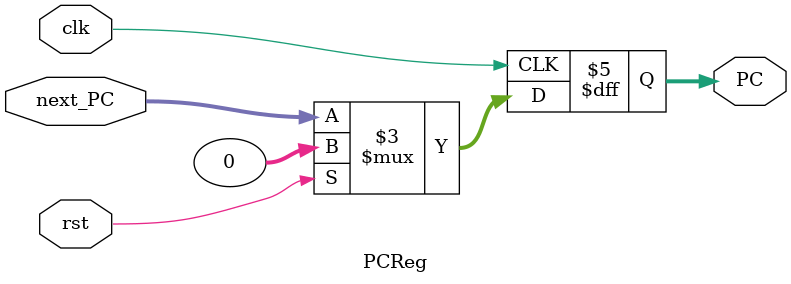
<source format=sv>
module PCReg #(
    parameter WIDTH = 32
)(
    input   logic              clk,
    input   logic              rst,
    input   logic [WIDTH-1:0]  next_PC,
    output  logic [WIDTH-1:0]  PC
);

    always_ff @ (posedge clk)
        if (rst)
            PC <= 32'h0;
        else
            PC <= next_PC;      
endmodule

</source>
